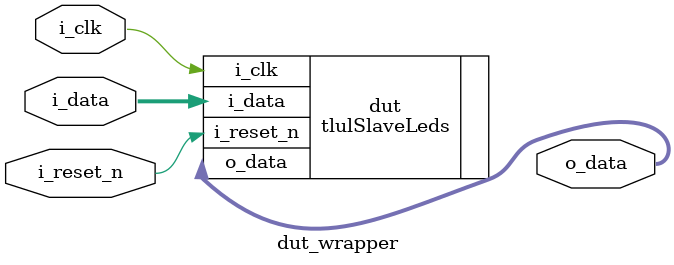
<source format=sv>
`timescale 1ps/1ps

module dut_wrapper(
    input wire i_clk,
    input wire i_reset_n,
    input wire [7:0] i_data,
    output wire [7:0] o_data
);

tlulSlaveLeds dut (
    .i_clk(i_clk),
    .i_reset_n(i_reset_n),
    .i_data(i_data),
    .o_data(o_data)
);

endmodule
</source>
